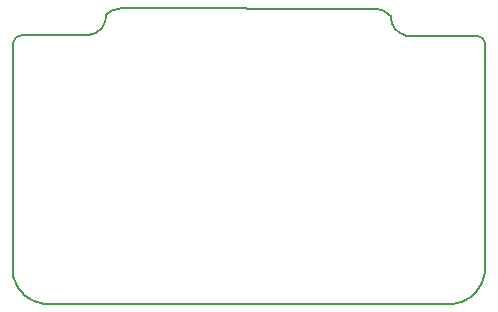
<source format=gko>
G04 DipTrace 3.2.0.1*
G04 td_display_uBraidsII_bigtrans.GKO*
%MOIN*%
G04 #@! TF.FileFunction,Profile*
G04 #@! TF.Part,Single*
%ADD11C,0.005512*%
%FSLAX26Y26*%
G04*
G70*
G90*
G75*
G01*
G04 BoardOutline*
%LPD*%
X1600861Y1378046D2*
D11*
X752871Y1378593D1*
G03X705409Y1358041I4573J-75639D01*
G01*
G02X646434Y1289509I-63608J-4903D01*
G01*
X425685D1*
G03X394000Y1260142I-980J-30720D01*
G01*
Y512110D1*
X394647Y499764D1*
X396581Y487554D1*
X399781Y475612D1*
X404211Y464071D1*
X409824Y453055D1*
X416556Y442686D1*
X424337Y433079D1*
X433079Y424337D1*
X442686Y416556D1*
X453055Y409824D1*
X464071Y404211D1*
X475612Y399781D1*
X487554Y396581D1*
X499764Y394647D1*
X512110Y394000D1*
X1850693D1*
X1863039Y394648D1*
X1875249Y396581D1*
X1887192Y399782D1*
X1898732Y404211D1*
X1909748Y409824D1*
X1920117Y416558D1*
X1929724Y424337D1*
X1938466Y433079D1*
X1946247Y442686D1*
X1952979Y453055D1*
X1958592Y464071D1*
X1963022Y475613D1*
X1966222Y487554D1*
X1968156Y499764D1*
X1968803Y512110D1*
Y1260142D1*
G03X1943917Y1287751I-30108J-2119D01*
G01*
X1706417D1*
G02X1654262Y1353252I11485J62660D01*
G01*
G03X1600861Y1378046I-56014J-50739D01*
G01*
M02*

</source>
